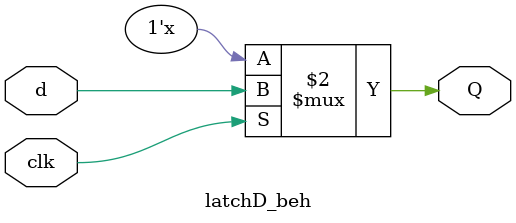
<source format=v>
module latchD_beh (
    input clk,d,
    output reg Q
);
    always @(*) begin
        if (clk) begin
            Q<=d;
        end
    end
endmodule
</source>
